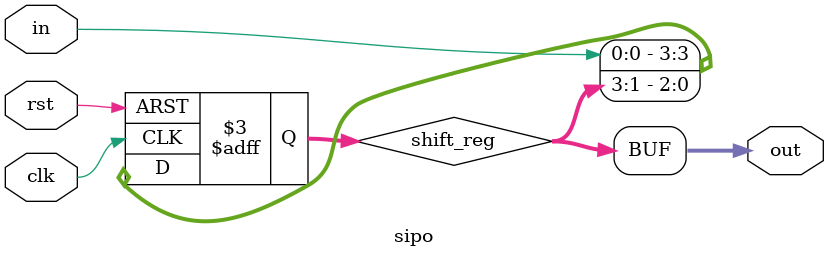
<source format=v>
module sipo(
  input clk,rst,in,
  output [3:0] out);
  reg [3:0] shift_reg;
  always@(posedge clk or posedge rst) begin
    if(rst) begin
      shift_reg <= 4'b0000;
    end else begin
      shift_reg = shift_reg>>1;
      shift_reg <= {in,shift_reg[2:0]};
    end
  end
  assign out = shift_reg;
endmodule

</source>
